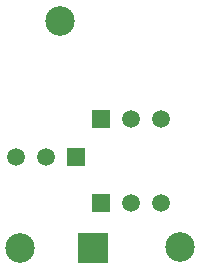
<source format=gbl>
%TF.GenerationSoftware,KiCad,Pcbnew,8.0.5*%
%TF.CreationDate,2025-01-13T21:43:40-08:00*%
%TF.ProjectId,hyperion,68797065-7269-46f6-9e2e-6b696361645f,rev?*%
%TF.SameCoordinates,Original*%
%TF.FileFunction,Copper,L2,Bot*%
%TF.FilePolarity,Positive*%
%FSLAX46Y46*%
G04 Gerber Fmt 4.6, Leading zero omitted, Abs format (unit mm)*
G04 Created by KiCad (PCBNEW 8.0.5) date 2025-01-13 21:43:40*
%MOMM*%
%LPD*%
G01*
G04 APERTURE LIST*
%TA.AperFunction,ComponentPad*%
%ADD10C,2.500000*%
%TD*%
%TA.AperFunction,ComponentPad*%
%ADD11R,2.500000X2.500000*%
%TD*%
%TA.AperFunction,ComponentPad*%
%ADD12C,1.500000*%
%TD*%
%TA.AperFunction,ComponentPad*%
%ADD13R,1.500000X1.500000*%
%TD*%
G04 APERTURE END LIST*
D10*
%TO.P,TP4,1,1*%
%TO.N,Net-(C4-Pad2)*%
X142494000Y-124866400D03*
%TD*%
D11*
%TO.P,TP3,1,1*%
%TO.N,Earth*%
X135128000Y-124968000D03*
%TD*%
D10*
%TO.P,TP2,1,1*%
%TO.N,Net-(R3-Pad2)*%
X132345000Y-105730000D03*
%TD*%
%TO.P,TP1,1,1*%
%TO.N,Net-(C1-Pad1)*%
X128879600Y-124968000D03*
%TD*%
D12*
%TO.P,Q3,3,C*%
%TO.N,Net-(Q2-C)*%
X140840000Y-114090000D03*
%TO.P,Q3,2,B*%
%TO.N,Net-(Q2-B)*%
X138300000Y-114090000D03*
D13*
%TO.P,Q3,1,E*%
%TO.N,Earth*%
X135760000Y-114090000D03*
%TD*%
%TO.P,Q2,1,E*%
%TO.N,Earth*%
X135760000Y-121160000D03*
D12*
%TO.P,Q2,2,B*%
%TO.N,Net-(Q2-B)*%
X138300000Y-121160000D03*
%TO.P,Q2,3,C*%
%TO.N,Net-(Q2-C)*%
X140840000Y-121160000D03*
%TD*%
%TO.P,Q1,3,C*%
%TO.N,Net-(Q1-C)*%
X128574800Y-117246400D03*
%TO.P,Q1,2,B*%
%TO.N,Net-(Q1-B)*%
X131114800Y-117246400D03*
D13*
%TO.P,Q1,1,E*%
%TO.N,Earth*%
X133654800Y-117246400D03*
%TD*%
M02*

</source>
